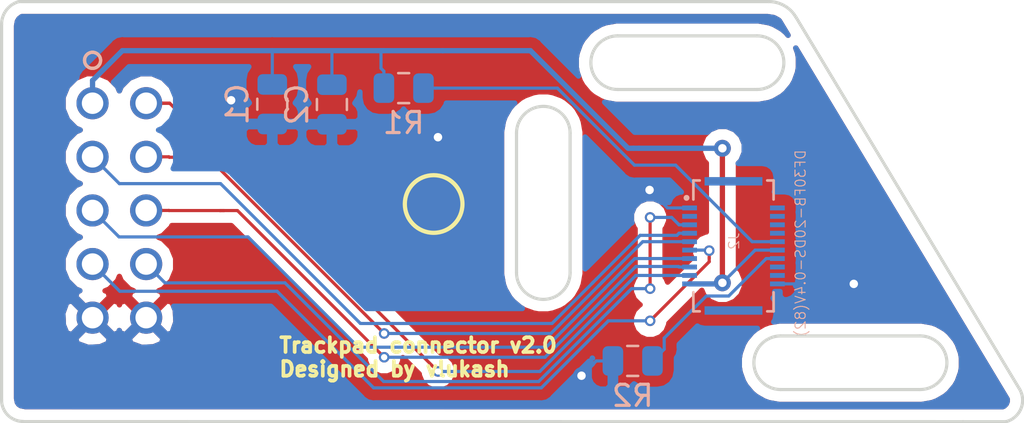
<source format=kicad_pcb>
(kicad_pcb (version 20171130) (host pcbnew 5.0.2-bee76a0~70~ubuntu18.04.1)

  (general
    (thickness 1.6)
    (drawings 23)
    (tracks 143)
    (zones 0)
    (modules 6)
    (nets 21)
  )

  (page A4)
  (title_block
    (title "Trackpad connector")
    (date 2019-03-24)
    (rev 2.0)
    (company vlukash)
  )

  (layers
    (0 F.Cu signal)
    (31 B.Cu signal)
    (32 B.Adhes user)
    (33 F.Adhes user)
    (34 B.Paste user)
    (35 F.Paste user)
    (36 B.SilkS user)
    (37 F.SilkS user)
    (38 B.Mask user)
    (39 F.Mask user)
    (40 Dwgs.User user)
    (41 Cmts.User user)
    (42 Eco1.User user)
    (43 Eco2.User user)
    (44 Edge.Cuts user)
    (45 Margin user)
    (46 B.CrtYd user hide)
    (47 F.CrtYd user)
    (48 B.Fab user hide)
    (49 F.Fab user hide)
  )

  (setup
    (last_trace_width 0.25)
    (trace_clearance 0.2)
    (zone_clearance 0.508)
    (zone_45_only no)
    (trace_min 0.15)
    (segment_width 0.2)
    (edge_width 0.15)
    (via_size 0.8)
    (via_drill 0.4)
    (via_min_size 0.3)
    (via_min_drill 0.3)
    (uvia_size 0.3)
    (uvia_drill 0.1)
    (uvias_allowed no)
    (uvia_min_size 0.2)
    (uvia_min_drill 0.1)
    (pcb_text_width 0.3)
    (pcb_text_size 1.5 1.5)
    (mod_edge_width 0.15)
    (mod_text_size 1 1)
    (mod_text_width 0.15)
    (pad_size 1.524 1.524)
    (pad_drill 0.762)
    (pad_to_mask_clearance 0.051)
    (solder_mask_min_width 0.25)
    (aux_axis_origin 0 0)
    (visible_elements FFFFF77F)
    (pcbplotparams
      (layerselection 0x010fc_ffffffff)
      (usegerberextensions true)
      (usegerberattributes false)
      (usegerberadvancedattributes false)
      (creategerberjobfile false)
      (excludeedgelayer true)
      (linewidth 0.100000)
      (plotframeref false)
      (viasonmask false)
      (mode 1)
      (useauxorigin false)
      (hpglpennumber 1)
      (hpglpenspeed 20)
      (hpglpendiameter 15.000000)
      (psnegative false)
      (psa4output false)
      (plotreference true)
      (plotvalue true)
      (plotinvisibletext false)
      (padsonsilk false)
      (subtractmaskfromsilk false)
      (outputformat 1)
      (mirror false)
      (drillshape 0)
      (scaleselection 1)
      (outputdirectory "../plot/"))
  )

  (net 0 "")
  (net 1 +2V8)
  (net 2 GND)
  (net 3 TP_SHUTDOWN_2V85)
  (net 4 MOSI_2V85)
  (net 5 SCK_2V85)
  (net 6 TP_MOTION_2V85)
  (net 7 TP_CS_2V85)
  (net 8 MISO_2V85)
  (net 9 TP_RESET_2v85)
  (net 10 "Net-(J2-Pad2)")
  (net 11 "Net-(J2-Pad4)")
  (net 12 "Net-(J2-Pad3)")
  (net 13 "Net-(J2-Pad6)")
  (net 14 "Net-(J2-Pad8)")
  (net 15 "Net-(J2-Pad10)")
  (net 16 "Net-(J2-Pad14)")
  (net 17 "Net-(J2-Pad16)")
  (net 18 "Net-(J2-Pad18)")
  (net 19 "Net-(J2-PadS1)")
  (net 20 "Net-(J2-PadS2)")

  (net_class Default "This is the default net class."
    (clearance 0.2)
    (trace_width 0.25)
    (via_dia 0.8)
    (via_drill 0.4)
    (uvia_dia 0.3)
    (uvia_drill 0.1)
  )

  (net_class sm ""
    (clearance 0.15)
    (trace_width 0.15)
    (via_dia 0.5)
    (via_drill 0.3)
    (uvia_dia 0.3)
    (uvia_drill 0.1)
    (diff_pair_gap 0.15)
    (diff_pair_width 0.2)
    (add_net +2V8)
    (add_net GND)
    (add_net MISO_2V85)
    (add_net MOSI_2V85)
    (add_net "Net-(J2-Pad10)")
    (add_net "Net-(J2-Pad14)")
    (add_net "Net-(J2-Pad16)")
    (add_net "Net-(J2-Pad18)")
    (add_net "Net-(J2-Pad2)")
    (add_net "Net-(J2-Pad3)")
    (add_net "Net-(J2-Pad4)")
    (add_net "Net-(J2-Pad6)")
    (add_net "Net-(J2-Pad8)")
    (add_net "Net-(J2-PadS1)")
    (add_net "Net-(J2-PadS2)")
    (add_net SCK_2V85)
    (add_net TP_CS_2V85)
    (add_net TP_MOTION_2V85)
    (add_net TP_RESET_2v85)
    (add_net TP_SHUTDOWN_2V85)
  )

  (module trackpad:67997-410HLF (layer F.Cu) (tedit 5C906E4D) (tstamp 5C90653C)
    (at 116.85 93.125 270)
    (path /5BFBC49D)
    (fp_text reference J1 (at -5.08 1.27 270) (layer Dwgs.User)
      (effects (font (size 1 1) (thickness 0.15)))
    )
    (fp_text value 67997-410HLF (at -4.92 1.4 270) (layer Dwgs.User)
      (effects (font (size 1 1) (thickness 0.15)))
    )
    (fp_circle (center -10.16 4.445) (end -9.779 4.445) (layer F.Fab) (width 0.1524))
    (fp_circle (center -12.192 2.54) (end -11.811 2.54) (layer B.SilkS) (width 0.1524))
    (fp_circle (center -12.192 2.54) (end -11.811 2.54) (layer F.SilkS) (width 0.1524))
    (fp_line (start 1.27 -1.143) (end -11.43 -1.143) (layer F.CrtYd) (width 0.1524))
    (fp_line (start 1.27 3.683) (end 1.27 -1.143) (layer F.CrtYd) (width 0.1524))
    (fp_line (start -11.43 3.683) (end 1.27 3.683) (layer F.CrtYd) (width 0.1524))
    (fp_line (start -11.43 -1.143) (end -11.43 3.683) (layer F.CrtYd) (width 0.1524))
    (fp_line (start 1.524 -1.397) (end -11.684 -1.397) (layer F.CrtYd) (width 0.1524))
    (fp_line (start 1.524 3.937) (end 1.524 -1.397) (layer F.CrtYd) (width 0.1524))
    (fp_line (start -11.684 3.937) (end 1.524 3.937) (layer F.CrtYd) (width 0.1524))
    (fp_line (start -11.684 -1.397) (end -11.684 3.937) (layer F.CrtYd) (width 0.1524))
    (fp_line (start -11.43 -1.143) (end -11.43 3.683) (layer F.Fab) (width 0.1524))
    (fp_line (start 1.27 -1.143) (end -11.43 -1.143) (layer F.Fab) (width 0.1524))
    (fp_line (start 1.27 3.683) (end 1.27 -1.143) (layer F.Fab) (width 0.1524))
    (fp_line (start -11.43 3.683) (end 1.27 3.683) (layer F.Fab) (width 0.1524))
    (fp_line (start -11.557 -1.27) (end -11.557 3.81) (layer Dwgs.User) (width 0.1524))
    (fp_line (start 1.397 -1.27) (end -11.557 -1.27) (layer Dwgs.User) (width 0.1524))
    (fp_line (start 1.397 3.81) (end 1.397 -1.27) (layer Dwgs.User) (width 0.1524))
    (fp_line (start -11.557 3.81) (end 1.397 3.81) (layer Dwgs.User) (width 0.1524))
    (fp_text user * (at 0 0 270) (layer F.Fab)
      (effects (font (size 1 1) (thickness 0.15)))
    )
    (fp_text user * (at 0 0 270) (layer Dwgs.User)
      (effects (font (size 1 1) (thickness 0.15)))
    )
    (fp_text user "Copyright 2016 Accelerated Designs. All rights reserved." (at 0 0 270) (layer Cmts.User)
      (effects (font (size 0.127 0.127) (thickness 0.002)))
    )
    (pad 10 thru_hole circle (at 0 0 270) (size 1.524 1.524) (drill 1.016) (layers *.Cu *.Mask)
      (net 2 GND))
    (pad 9 thru_hole circle (at -2.54 0 270) (size 1.524 1.524) (drill 1.016) (layers *.Cu *.Mask)
      (net 9 TP_RESET_2v85))
    (pad 8 thru_hole circle (at -5.08 0 270) (size 1.524 1.524) (drill 1.016) (layers *.Cu *.Mask)
      (net 8 MISO_2V85))
    (pad 7 thru_hole circle (at -7.62 0 270) (size 1.524 1.524) (drill 1.016) (layers *.Cu *.Mask)
      (net 7 TP_CS_2V85))
    (pad 6 thru_hole circle (at -10.16 0 270) (size 1.524 1.524) (drill 1.016) (layers *.Cu *.Mask)
      (net 6 TP_MOTION_2V85))
    (pad 5 thru_hole circle (at 0 2.54 270) (size 1.524 1.524) (drill 1.016) (layers *.Cu *.Mask)
      (net 2 GND))
    (pad 4 thru_hole circle (at -2.54 2.54 270) (size 1.524 1.524) (drill 1.016) (layers *.Cu *.Mask)
      (net 5 SCK_2V85))
    (pad 3 thru_hole circle (at -5.08 2.54 270) (size 1.524 1.524) (drill 1.016) (layers *.Cu *.Mask)
      (net 4 MOSI_2V85))
    (pad 2 thru_hole circle (at -7.62 2.54 270) (size 1.524 1.524) (drill 1.016) (layers *.Cu *.Mask)
      (net 3 TP_SHUTDOWN_2V85))
    (pad 1 thru_hole circle (at -10.16 2.54 270) (size 1.524 1.524) (drill 1.016) (layers *.Cu *.Mask)
      (net 1 +2V8))
  )

  (module Capacitor_SMD:C_0805_2012Metric (layer B.Cu) (tedit 5B36C52B) (tstamp 5C907969)
    (at 125.65 83.025 270)
    (descr "Capacitor SMD 0805 (2012 Metric), square (rectangular) end terminal, IPC_7351 nominal, (Body size source: https://docs.google.com/spreadsheets/d/1BsfQQcO9C6DZCsRaXUlFlo91Tg2WpOkGARC1WS5S8t0/edit?usp=sharing), generated with kicad-footprint-generator")
    (tags capacitor)
    (path /5BFBE5A7)
    (attr smd)
    (fp_text reference C2 (at 0 1.65 270) (layer B.SilkS)
      (effects (font (size 1 1) (thickness 0.15)) (justify mirror))
    )
    (fp_text value 100nF (at 0 -1.65 270) (layer B.Fab)
      (effects (font (size 1 1) (thickness 0.15)) (justify mirror))
    )
    (fp_text user %R (at 0 0 270) (layer B.Fab)
      (effects (font (size 0.5 0.5) (thickness 0.08)) (justify mirror))
    )
    (fp_line (start 1.68 -0.95) (end -1.68 -0.95) (layer B.CrtYd) (width 0.05))
    (fp_line (start 1.68 0.95) (end 1.68 -0.95) (layer B.CrtYd) (width 0.05))
    (fp_line (start -1.68 0.95) (end 1.68 0.95) (layer B.CrtYd) (width 0.05))
    (fp_line (start -1.68 -0.95) (end -1.68 0.95) (layer B.CrtYd) (width 0.05))
    (fp_line (start -0.258578 -0.71) (end 0.258578 -0.71) (layer B.SilkS) (width 0.12))
    (fp_line (start -0.258578 0.71) (end 0.258578 0.71) (layer B.SilkS) (width 0.12))
    (fp_line (start 1 -0.6) (end -1 -0.6) (layer B.Fab) (width 0.1))
    (fp_line (start 1 0.6) (end 1 -0.6) (layer B.Fab) (width 0.1))
    (fp_line (start -1 0.6) (end 1 0.6) (layer B.Fab) (width 0.1))
    (fp_line (start -1 -0.6) (end -1 0.6) (layer B.Fab) (width 0.1))
    (pad 2 smd roundrect (at 0.9375 0 270) (size 0.975 1.4) (layers B.Cu B.Paste B.Mask) (roundrect_rratio 0.25)
      (net 2 GND))
    (pad 1 smd roundrect (at -0.9375 0 270) (size 0.975 1.4) (layers B.Cu B.Paste B.Mask) (roundrect_rratio 0.25)
      (net 1 +2V8))
    (model ${KISYS3DMOD}/Capacitor_SMD.3dshapes/C_0805_2012Metric.wrl
      (at (xyz 0 0 0))
      (scale (xyz 1 1 1))
      (rotate (xyz 0 0 0))
    )
  )

  (module Capacitor_SMD:C_0805_2012Metric (layer B.Cu) (tedit 5B36C52B) (tstamp 5C9078F3)
    (at 122.825 83.0125 270)
    (descr "Capacitor SMD 0805 (2012 Metric), square (rectangular) end terminal, IPC_7351 nominal, (Body size source: https://docs.google.com/spreadsheets/d/1BsfQQcO9C6DZCsRaXUlFlo91Tg2WpOkGARC1WS5S8t0/edit?usp=sharing), generated with kicad-footprint-generator")
    (tags capacitor)
    (path /5BFBE5A0)
    (attr smd)
    (fp_text reference C1 (at 0 1.65 270) (layer B.SilkS)
      (effects (font (size 1 1) (thickness 0.15)) (justify mirror))
    )
    (fp_text value 100pF (at 0 -1.65 270) (layer B.Fab)
      (effects (font (size 1 1) (thickness 0.15)) (justify mirror))
    )
    (fp_line (start -1 -0.6) (end -1 0.6) (layer B.Fab) (width 0.1))
    (fp_line (start -1 0.6) (end 1 0.6) (layer B.Fab) (width 0.1))
    (fp_line (start 1 0.6) (end 1 -0.6) (layer B.Fab) (width 0.1))
    (fp_line (start 1 -0.6) (end -1 -0.6) (layer B.Fab) (width 0.1))
    (fp_line (start -0.258578 0.71) (end 0.258578 0.71) (layer B.SilkS) (width 0.12))
    (fp_line (start -0.258578 -0.71) (end 0.258578 -0.71) (layer B.SilkS) (width 0.12))
    (fp_line (start -1.68 -0.95) (end -1.68 0.95) (layer B.CrtYd) (width 0.05))
    (fp_line (start -1.68 0.95) (end 1.68 0.95) (layer B.CrtYd) (width 0.05))
    (fp_line (start 1.68 0.95) (end 1.68 -0.95) (layer B.CrtYd) (width 0.05))
    (fp_line (start 1.68 -0.95) (end -1.68 -0.95) (layer B.CrtYd) (width 0.05))
    (fp_text user %R (at 0 0 270) (layer B.Fab)
      (effects (font (size 0.5 0.5) (thickness 0.08)) (justify mirror))
    )
    (pad 1 smd roundrect (at -0.9375 0 270) (size 0.975 1.4) (layers B.Cu B.Paste B.Mask) (roundrect_rratio 0.25)
      (net 1 +2V8))
    (pad 2 smd roundrect (at 0.9375 0 270) (size 0.975 1.4) (layers B.Cu B.Paste B.Mask) (roundrect_rratio 0.25)
      (net 2 GND))
    (model ${KISYS3DMOD}/Capacitor_SMD.3dshapes/C_0805_2012Metric.wrl
      (at (xyz 0 0 0))
      (scale (xyz 1 1 1))
      (rotate (xyz 0 0 0))
    )
  )

  (module "trackpad:HIROSE_DF30FB-20DS-0.4V(82)" (layer B.Cu) (tedit 0) (tstamp 5C906581)
    (at 144.675 89.725 270)
    (path /5BFC2433)
    (attr smd)
    (fp_text reference J2 (at -0.225 -0.025 270) (layer B.SilkS)
      (effects (font (size 0.483319 0.483319) (thickness 0.05)) (justify mirror))
    )
    (fp_text value "DF30FB-20DS-0.4V(82)" (at -0.125 -3.175 270) (layer B.SilkS)
      (effects (font (size 0.481269 0.481269) (thickness 0.05)) (justify mirror))
    )
    (fp_line (start 3.5 2.7) (end -3.5 2.7) (layer Eco1.User) (width 0.05))
    (fp_line (start 3.5 -2.7) (end 3.5 2.7) (layer Eco1.User) (width 0.05))
    (fp_line (start -3.5 -2.7) (end 3.5 -2.7) (layer Eco1.User) (width 0.05))
    (fp_line (start -3.5 2.7) (end -3.5 -2.7) (layer Eco1.User) (width 0.05))
    (fp_line (start 3.1 1.9) (end -3.1 1.9) (layer Dwgs.User) (width 0.127))
    (fp_line (start 3.1 -1.9) (end 3.1 1.9) (layer Dwgs.User) (width 0.127))
    (fp_line (start -3.1 -1.9) (end 3.1 -1.9) (layer Dwgs.User) (width 0.127))
    (fp_line (start -3.1 1.9) (end -3.1 -1.9) (layer Dwgs.User) (width 0.127))
    (fp_circle (center -2.2762 2.2244) (end -2.2062 2.2244) (layer B.SilkS) (width 0.14))
    (fp_line (start 3.1 1.9) (end 2.2 1.9) (layer B.SilkS) (width 0.127))
    (fp_line (start 3.1 1.6) (end 3.1 1.9) (layer B.SilkS) (width 0.127))
    (fp_line (start -3.1 -1.9) (end -2.2 -1.9) (layer B.SilkS) (width 0.127))
    (fp_line (start -3.1 -1.6) (end -3.1 -1.9) (layer B.SilkS) (width 0.127))
    (fp_line (start 3.1 -1.9) (end 2.2 -1.9) (layer B.SilkS) (width 0.127))
    (fp_line (start 3.1 -1.6) (end 3.1 -1.9) (layer B.SilkS) (width 0.127))
    (fp_line (start -3.1 1.9) (end -2.2 1.9) (layer B.SilkS) (width 0.127))
    (fp_line (start -3.1 1.6) (end -3.1 1.9) (layer B.SilkS) (width 0.127))
    (pad S2 smd rect (at 3.06 0 90) (size 0.4 2.74) (layers B.Cu B.Paste B.Mask)
      (net 20 "Net-(J2-PadS2)"))
    (pad S1 smd rect (at -3.06 0 270) (size 0.4 2.74) (layers B.Cu B.Paste B.Mask)
      (net 19 "Net-(J2-PadS1)"))
    (pad 19 smd rect (at 1.8 2.08 90) (size 0.23 0.7) (layers B.Cu B.Paste B.Mask)
      (net 1 +2V8))
    (pad 20 smd rect (at 1.8 -2.08 270) (size 0.23 0.7) (layers B.Cu B.Paste B.Mask)
      (net 2 GND))
    (pad 17 smd rect (at 1.4 2.08 90) (size 0.23 0.7) (layers B.Cu B.Paste B.Mask)
      (net 6 TP_MOTION_2V85))
    (pad 18 smd rect (at 1.4 -2.08 270) (size 0.23 0.7) (layers B.Cu B.Paste B.Mask)
      (net 18 "Net-(J2-Pad18)"))
    (pad 15 smd rect (at 1 2.08 90) (size 0.23 0.7) (layers B.Cu B.Paste B.Mask)
      (net 8 MISO_2V85))
    (pad 16 smd rect (at 1 -2.08 270) (size 0.23 0.7) (layers B.Cu B.Paste B.Mask)
      (net 17 "Net-(J2-Pad16)"))
    (pad 13 smd rect (at 0.6 2.08 90) (size 0.23 0.7) (layers B.Cu B.Paste B.Mask)
      (net 4 MOSI_2V85))
    (pad 14 smd rect (at 0.6 -2.08 270) (size 0.23 0.7) (layers B.Cu B.Paste B.Mask)
      (net 16 "Net-(J2-Pad14)"))
    (pad 11 smd rect (at 0.2 2.08 90) (size 0.23 0.7) (layers B.Cu B.Paste B.Mask)
      (net 5 SCK_2V85))
    (pad 12 smd rect (at 0.2 -2.08 270) (size 0.23 0.7) (layers B.Cu B.Paste B.Mask)
      (net 1 +2V8))
    (pad 9 smd rect (at -0.2 2.08 90) (size 0.23 0.7) (layers B.Cu B.Paste B.Mask)
      (net 7 TP_CS_2V85))
    (pad 10 smd rect (at -0.2 -2.08 270) (size 0.23 0.7) (layers B.Cu B.Paste B.Mask)
      (net 15 "Net-(J2-Pad10)"))
    (pad 7 smd rect (at -0.6 2.08 90) (size 0.23 0.7) (layers B.Cu B.Paste B.Mask)
      (net 3 TP_SHUTDOWN_2V85))
    (pad 8 smd rect (at -0.6 -2.08 270) (size 0.23 0.7) (layers B.Cu B.Paste B.Mask)
      (net 14 "Net-(J2-Pad8)"))
    (pad 5 smd rect (at -1 2.08 90) (size 0.23 0.7) (layers B.Cu B.Paste B.Mask)
      (net 9 TP_RESET_2v85))
    (pad 6 smd rect (at -1 -2.08 270) (size 0.23 0.7) (layers B.Cu B.Paste B.Mask)
      (net 13 "Net-(J2-Pad6)"))
    (pad 3 smd rect (at -1.4 2.08 90) (size 0.23 0.7) (layers B.Cu B.Paste B.Mask)
      (net 12 "Net-(J2-Pad3)"))
    (pad 4 smd rect (at -1.4 -2.08 270) (size 0.23 0.7) (layers B.Cu B.Paste B.Mask)
      (net 11 "Net-(J2-Pad4)"))
    (pad 1 smd rect (at -1.8 2.08 90) (size 0.23 0.7) (layers B.Cu B.Paste B.Mask)
      (net 2 GND))
    (pad 2 smd rect (at -1.8 -2.08 270) (size 0.23 0.7) (layers B.Cu B.Paste B.Mask)
      (net 10 "Net-(J2-Pad2)"))
  )

  (module Resistor_SMD:R_0805_2012Metric (layer B.Cu) (tedit 5B36C52B) (tstamp 5C907BD1)
    (at 129.05 82.25)
    (descr "Resistor SMD 0805 (2012 Metric), square (rectangular) end terminal, IPC_7351 nominal, (Body size source: https://docs.google.com/spreadsheets/d/1BsfQQcO9C6DZCsRaXUlFlo91Tg2WpOkGARC1WS5S8t0/edit?usp=sharing), generated with kicad-footprint-generator")
    (tags resistor)
    (path /5BFC6507)
    (attr smd)
    (fp_text reference R1 (at 0 1.65) (layer B.SilkS)
      (effects (font (size 1 1) (thickness 0.15)) (justify mirror))
    )
    (fp_text value 220k (at 0 -1.65) (layer B.Fab)
      (effects (font (size 1 1) (thickness 0.15)) (justify mirror))
    )
    (fp_line (start -1 -0.6) (end -1 0.6) (layer B.Fab) (width 0.1))
    (fp_line (start -1 0.6) (end 1 0.6) (layer B.Fab) (width 0.1))
    (fp_line (start 1 0.6) (end 1 -0.6) (layer B.Fab) (width 0.1))
    (fp_line (start 1 -0.6) (end -1 -0.6) (layer B.Fab) (width 0.1))
    (fp_line (start -0.258578 0.71) (end 0.258578 0.71) (layer B.SilkS) (width 0.12))
    (fp_line (start -0.258578 -0.71) (end 0.258578 -0.71) (layer B.SilkS) (width 0.12))
    (fp_line (start -1.68 -0.95) (end -1.68 0.95) (layer B.CrtYd) (width 0.05))
    (fp_line (start -1.68 0.95) (end 1.68 0.95) (layer B.CrtYd) (width 0.05))
    (fp_line (start 1.68 0.95) (end 1.68 -0.95) (layer B.CrtYd) (width 0.05))
    (fp_line (start 1.68 -0.95) (end -1.68 -0.95) (layer B.CrtYd) (width 0.05))
    (fp_text user %R (at 0 0) (layer B.Fab)
      (effects (font (size 0.5 0.5) (thickness 0.08)) (justify mirror))
    )
    (pad 1 smd roundrect (at -0.9375 0) (size 0.975 1.4) (layers B.Cu B.Paste B.Mask) (roundrect_rratio 0.25)
      (net 1 +2V8))
    (pad 2 smd roundrect (at 0.9375 0) (size 0.975 1.4) (layers B.Cu B.Paste B.Mask) (roundrect_rratio 0.25)
      (net 15 "Net-(J2-Pad10)"))
    (model ${KISYS3DMOD}/Resistor_SMD.3dshapes/R_0805_2012Metric.wrl
      (at (xyz 0 0 0))
      (scale (xyz 1 1 1))
      (rotate (xyz 0 0 0))
    )
  )

  (module Resistor_SMD:R_0805_2012Metric (layer B.Cu) (tedit 5B36C52B) (tstamp 5C907BE2)
    (at 139.9 95.175)
    (descr "Resistor SMD 0805 (2012 Metric), square (rectangular) end terminal, IPC_7351 nominal, (Body size source: https://docs.google.com/spreadsheets/d/1BsfQQcO9C6DZCsRaXUlFlo91Tg2WpOkGARC1WS5S8t0/edit?usp=sharing), generated with kicad-footprint-generator")
    (tags resistor)
    (path /5BFC98B0)
    (attr smd)
    (fp_text reference R2 (at 0 1.65) (layer B.SilkS)
      (effects (font (size 1 1) (thickness 0.15)) (justify mirror))
    )
    (fp_text value 220k (at 0 -1.65) (layer B.Fab)
      (effects (font (size 1 1) (thickness 0.15)) (justify mirror))
    )
    (fp_line (start -1 -0.6) (end -1 0.6) (layer B.Fab) (width 0.1))
    (fp_line (start -1 0.6) (end 1 0.6) (layer B.Fab) (width 0.1))
    (fp_line (start 1 0.6) (end 1 -0.6) (layer B.Fab) (width 0.1))
    (fp_line (start 1 -0.6) (end -1 -0.6) (layer B.Fab) (width 0.1))
    (fp_line (start -0.258578 0.71) (end 0.258578 0.71) (layer B.SilkS) (width 0.12))
    (fp_line (start -0.258578 -0.71) (end 0.258578 -0.71) (layer B.SilkS) (width 0.12))
    (fp_line (start -1.68 -0.95) (end -1.68 0.95) (layer B.CrtYd) (width 0.05))
    (fp_line (start -1.68 0.95) (end 1.68 0.95) (layer B.CrtYd) (width 0.05))
    (fp_line (start 1.68 0.95) (end 1.68 -0.95) (layer B.CrtYd) (width 0.05))
    (fp_line (start 1.68 -0.95) (end -1.68 -0.95) (layer B.CrtYd) (width 0.05))
    (fp_text user %R (at 0 0) (layer B.Fab)
      (effects (font (size 0.5 0.5) (thickness 0.08)) (justify mirror))
    )
    (pad 1 smd roundrect (at -0.9375 0) (size 0.975 1.4) (layers B.Cu B.Paste B.Mask) (roundrect_rratio 0.25)
      (net 2 GND))
    (pad 2 smd roundrect (at 0.9375 0) (size 0.975 1.4) (layers B.Cu B.Paste B.Mask) (roundrect_rratio 0.25)
      (net 16 "Net-(J2-Pad14)"))
    (model ${KISYS3DMOD}/Resistor_SMD.3dshapes/R_0805_2012Metric.wrl
      (at (xyz 0 0 0))
      (scale (xyz 1 1 1))
      (rotate (xyz 0 0 0))
    )
  )

  (gr_text "Trackpad connector v2.0\nDesigned by vlukash" (at 123.07 95) (layer F.SilkS)
    (effects (font (size 0.7 0.7) (thickness 0.175)) (justify left))
  )
  (gr_circle (center 130.47 87.74) (end 129.11 87.62) (layer F.SilkS) (width 0.2))
  (gr_arc (start 135.665768 90.98891) (end 134.395768 90.98891) (angle -180) (layer Edge.Cuts) (width 0.15) (tstamp 5C907E2C))
  (gr_line (start 136.935768 84.38491) (end 136.935768 90.98891) (layer Edge.Cuts) (width 0.15) (tstamp 5C907E2F))
  (gr_line (start 134.395768 84.38491) (end 134.395768 90.98891) (layer Edge.Cuts) (width 0.15) (tstamp 5C907E2E))
  (gr_arc (start 135.665768 84.38491) (end 136.935768 84.38491) (angle -180) (layer Edge.Cuts) (width 0.15) (tstamp 5C907E2D))
  (gr_arc (start 111.116076 79.225) (end 110.82 78.15) (angle -74.6014036) (layer Edge.Cuts) (width 0.15) (tstamp 5C906DA9))
  (gr_arc (start 153.516 95.26) (end 153.516 96.53) (angle -180) (layer Edge.Cuts) (width 0.15) (tstamp 5C9065BC))
  (gr_line (start 110.975 98.05) (end 155.548 98.054) (layer Edge.Cuts) (width 0.15) (tstamp 5C9065BB))
  (gr_line (start 147.63 78.88) (end 158.18 96.43) (layer Edge.Cuts) (width 0.15) (tstamp 5C9065BA))
  (gr_line (start 155.548 98.054) (end 157.58 98.054) (layer Edge.Cuts) (width 0.15) (tstamp 5C9065B7))
  (gr_arc (start 157.326 97.038) (end 157.579999 98.053999) (angle -109.6538639) (layer Edge.Cuts) (width 0.15) (tstamp 5C9065B6))
  (gr_arc (start 146.35 79.63106) (end 147.619999 78.869061) (angle -59.03624347) (layer Edge.Cuts) (width 0.15) (tstamp 5C9065B5))
  (gr_line (start 146.34 78.15) (end 110.8 78.15) (layer Edge.Cuts) (width 0.15) (tstamp 5C90653B))
  (gr_line (start 110 79.22) (end 110 97.01) (layer Edge.Cuts) (width 0.15) (tstamp 5C90653A))
  (gr_arc (start 111.016 97.025) (end 110 97.025) (angle -90) (layer Edge.Cuts) (width 0.15) (tstamp 5C906539))
  (gr_line (start 145.792 82.314) (end 139.188 82.314) (layer Edge.Cuts) (width 0.15) (tstamp 5C9064EB))
  (gr_line (start 145.792 79.774) (end 139.188 79.774) (layer Edge.Cuts) (width 0.15) (tstamp 5C9064EA))
  (gr_arc (start 145.792 81.044) (end 145.792 82.314) (angle -180) (layer Edge.Cuts) (width 0.15) (tstamp 5C9064E9))
  (gr_line (start 153.516 93.99) (end 146.912 93.99) (layer Edge.Cuts) (width 0.15) (tstamp 5C9064E8))
  (gr_line (start 153.516 96.53) (end 146.912 96.53) (layer Edge.Cuts) (width 0.15) (tstamp 5C9064E7))
  (gr_arc (start 146.912 95.26) (end 146.912 93.99) (angle -180) (layer Edge.Cuts) (width 0.15) (tstamp 5C9064CE))
  (gr_arc (start 139.188 81.044) (end 139.188 79.774) (angle -180) (layer Edge.Cuts) (width 0.15) (tstamp 5C9064BD))

  (segment (start 114.31 81.88737) (end 115.72237 80.475) (width 0.25) (layer B.Cu) (net 1))
  (segment (start 114.31 82.965) (end 114.31 81.88737) (width 0.25) (layer B.Cu) (net 1))
  (segment (start 144.15 91.475) (end 144.15 91.475) (width 0.25) (layer F.Cu) (net 1) (tstamp 5C907718))
  (via (at 144.15 91.475) (size 0.8) (drill 0.4) (layers F.Cu B.Cu) (net 1))
  (segment (start 144.1 91.525) (end 144.15 91.475) (width 0.25) (layer B.Cu) (net 1))
  (segment (start 142.595 91.525) (end 144.1 91.525) (width 0.25) (layer B.Cu) (net 1))
  (segment (start 125.65 80.45) (end 125.65 82.0875) (width 0.15) (layer B.Cu) (net 1))
  (segment (start 122.825 80.425) (end 122.825 82.075) (width 0.15) (layer B.Cu) (net 1))
  (segment (start 145.7 89.925) (end 146.755 89.925) (width 0.15) (layer B.Cu) (net 1))
  (segment (start 144.15 91.475) (end 145.7 89.925) (width 0.15) (layer B.Cu) (net 1))
  (segment (start 130.9 80.475) (end 130.925 80.5) (width 0.15) (layer B.Cu) (net 1))
  (segment (start 128.1 80.475) (end 130.9 80.475) (width 0.25) (layer B.Cu) (net 1))
  (segment (start 127.975 81.3125) (end 127.975 80.475) (width 0.15) (layer B.Cu) (net 1))
  (segment (start 128.1125 82.25) (end 128.1125 81.45) (width 0.15) (layer B.Cu) (net 1))
  (segment (start 128.1125 81.45) (end 127.975 81.3125) (width 0.15) (layer B.Cu) (net 1))
  (segment (start 115.72237 80.475) (end 127.975 80.475) (width 0.25) (layer B.Cu) (net 1))
  (segment (start 127.975 80.475) (end 128.1 80.475) (width 0.25) (layer B.Cu) (net 1))
  (segment (start 144.125 91.45) (end 144.15 91.475) (width 0.15) (layer F.Cu) (net 1))
  (segment (start 144.15 91.475) (end 144.15 85.1) (width 0.25) (layer F.Cu) (net 1))
  (segment (start 144.15 85.1) (end 144.15 85.1) (width 0.25) (layer F.Cu) (net 1) (tstamp 5C91A162))
  (segment (start 144.15 85.1) (end 144.15 85.1) (width 0.25) (layer F.Cu) (net 1) (tstamp 5C91A172))
  (segment (start 144.15 85.1) (end 144.15 85.1) (width 0.25) (layer F.Cu) (net 1) (tstamp 5C91A1AE))
  (via (at 144.15 85.1) (size 0.8) (drill 0.4) (layers F.Cu B.Cu) (net 1))
  (segment (start 139.67929 85.1) (end 139.94 85.1) (width 0.15) (layer B.Cu) (net 1))
  (segment (start 139.94 85.1) (end 139.73 85.1) (width 0.25) (layer B.Cu) (net 1))
  (segment (start 135.05429 80.475) (end 139.67929 85.1) (width 0.25) (layer B.Cu) (net 1))
  (segment (start 139.67929 85.1) (end 140.19 85.1) (width 0.15) (layer B.Cu) (net 1))
  (segment (start 130.9 80.475) (end 135.05429 80.475) (width 0.25) (layer B.Cu) (net 1))
  (segment (start 144.15 85.1) (end 140.19 85.1) (width 0.25) (layer B.Cu) (net 1))
  (segment (start 140.19 85.1) (end 139.94 85.1) (width 0.25) (layer B.Cu) (net 1))
  (segment (start 138.9625 95.175) (end 138.175 95.175) (width 0.15) (layer B.Cu) (net 2))
  (via (at 130.675 84.575) (size 0.8) (drill 0.4) (layers F.Cu B.Cu) (net 2))
  (via (at 120.875 82.825) (size 0.8) (drill 0.4) (layers F.Cu B.Cu) (net 2))
  (via (at 150.375 91.525) (size 0.8) (drill 0.4) (layers F.Cu B.Cu) (net 2))
  (via (at 140.7 87.075) (size 0.8) (drill 0.4) (layers F.Cu B.Cu) (net 2))
  (segment (start 141.55 87.925) (end 142.595 87.925) (width 0.15) (layer B.Cu) (net 2))
  (segment (start 140.7 87.075) (end 141.55 87.925) (width 0.15) (layer B.Cu) (net 2))
  (segment (start 150.375 91.525) (end 146.855 91.525) (width 0.15) (layer B.Cu) (net 2))
  (segment (start 138.175 95.175) (end 137.475 95.875) (width 0.15) (layer B.Cu) (net 2))
  (via (at 137.475 95.875) (size 0.8) (drill 0.4) (layers F.Cu B.Cu) (net 2))
  (segment (start 141.99501 89.22499) (end 140.25001 89.22499) (width 0.15) (layer B.Cu) (net 3))
  (segment (start 142.595 89.125) (end 142.095 89.125) (width 0.15) (layer B.Cu) (net 3))
  (segment (start 142.095 89.125) (end 141.99501 89.22499) (width 0.15) (layer B.Cu) (net 3))
  (segment (start 140.25001 89.22499) (end 138.175 91.3) (width 0.15) (layer B.Cu) (net 3))
  (segment (start 127 93.4) (end 120.375 86.775) (width 0.15) (layer B.Cu) (net 3))
  (segment (start 115.58 86.775) (end 114.31 85.505) (width 0.15) (layer B.Cu) (net 3))
  (segment (start 120.375 86.775) (end 115.58 86.775) (width 0.15) (layer B.Cu) (net 3))
  (segment (start 138.175 91.3) (end 138.175 91.301444) (width 0.15) (layer B.Cu) (net 3))
  (segment (start 136.076444 93.4) (end 138.025 91.451444) (width 0.15) (layer B.Cu) (net 3))
  (segment (start 127 93.4) (end 136.076444 93.4) (width 0.15) (layer B.Cu) (net 3))
  (segment (start 138.175 91.301444) (end 138.025 91.451444) (width 0.15) (layer B.Cu) (net 3))
  (segment (start 138.025 91.451444) (end 137.975 91.501444) (width 0.15) (layer B.Cu) (net 3))
  (segment (start 142.595 90.325) (end 140 90.325) (width 0.15) (layer B.Cu) (net 4))
  (segment (start 140 90.325) (end 138.6 91.725) (width 0.15) (layer B.Cu) (net 4))
  (segment (start 138.6 91.725) (end 138.57501 91.74999) (width 0.15) (layer B.Cu) (net 4))
  (segment (start 135.800001 94.524999) (end 136 94.325) (width 0.15) (layer B.Cu) (net 4))
  (segment (start 136 94.325) (end 138.6 91.725) (width 0.15) (layer B.Cu) (net 4))
  (segment (start 135.974999 94.350001) (end 136 94.325) (width 0.15) (layer B.Cu) (net 4))
  (segment (start 114.31 88.045) (end 115.565 89.3) (width 0.15) (layer B.Cu) (net 4))
  (segment (start 121.675 89.3) (end 126.899999 94.524999) (width 0.15) (layer B.Cu) (net 4))
  (segment (start 115.565 89.3) (end 121.675 89.3) (width 0.15) (layer B.Cu) (net 4))
  (segment (start 126.899999 94.524999) (end 135.800001 94.524999) (width 0.15) (layer B.Cu) (net 4))
  (via (at 143.525 89.95) (size 0.5) (drill 0.3) (layers F.Cu B.Cu) (net 5))
  (segment (start 143.5 89.925) (end 143.525 89.95) (width 0.15) (layer B.Cu) (net 5))
  (segment (start 142.595 89.925) (end 143.5 89.925) (width 0.15) (layer B.Cu) (net 5))
  (segment (start 143.525 89.95) (end 143.525 90.303553) (width 0.15) (layer F.Cu) (net 5))
  (segment (start 143.525 90.303553) (end 143.525 90.475) (width 0.15) (layer F.Cu) (net 5))
  (segment (start 143.525 90.475) (end 140.725 93.275) (width 0.15) (layer F.Cu) (net 5))
  (segment (start 140.725 93.275) (end 140.725 93.275) (width 0.15) (layer F.Cu) (net 5) (tstamp 5C90AB5E))
  (via (at 140.725 93.275) (size 0.5) (drill 0.3) (layers F.Cu B.Cu) (net 5))
  (segment (start 114.31 90.585) (end 115.6 91.875) (width 0.15) (layer B.Cu) (net 5))
  (segment (start 117.525 91.875) (end 117.62676 91.875) (width 0.15) (layer B.Cu) (net 5))
  (segment (start 115.6 91.875) (end 117.525 91.875) (width 0.15) (layer B.Cu) (net 5))
  (segment (start 123.05 91.875) (end 117.525 91.875) (width 0.15) (layer B.Cu) (net 5))
  (segment (start 140.725 93.275) (end 138.747112 93.275) (width 0.15) (layer B.Cu) (net 5))
  (segment (start 135.572101 96.450011) (end 127.625011 96.450011) (width 0.15) (layer B.Cu) (net 5))
  (segment (start 138.747112 93.275) (end 135.572101 96.450011) (width 0.15) (layer B.Cu) (net 5))
  (segment (start 127.625011 96.450011) (end 123.05 91.875) (width 0.15) (layer B.Cu) (net 5))
  (segment (start 116.85 82.965) (end 117.92763 82.965) (width 0.15) (layer F.Cu) (net 6))
  (segment (start 142.595 91.125) (end 140.048556 91.125) (width 0.15) (layer B.Cu) (net 6))
  (segment (start 117.965 82.965) (end 116.85 82.965) (width 0.15) (layer F.Cu) (net 6))
  (segment (start 130.675 95.675) (end 117.965 82.965) (width 0.15) (layer F.Cu) (net 6))
  (via (at 130.675 95.675) (size 0.5) (drill 0.3) (layers F.Cu B.Cu) (net 6))
  (segment (start 130.575 95.675) (end 130.575 95.675) (width 0.15) (layer B.Cu) (net 6) (tstamp 5C90A4FB))
  (segment (start 135.498556 95.675) (end 139.4 91.773556) (width 0.15) (layer B.Cu) (net 6))
  (segment (start 130.675 95.675) (end 135.498556 95.675) (width 0.15) (layer B.Cu) (net 6))
  (segment (start 140.048556 91.125) (end 139.4 91.773556) (width 0.15) (layer B.Cu) (net 6))
  (segment (start 139.4 91.773556) (end 139.175028 91.998528) (width 0.15) (layer B.Cu) (net 6))
  (segment (start 117.92763 85.505) (end 117.94763 85.525) (width 0.15) (layer F.Cu) (net 7))
  (segment (start 116.85 85.505) (end 117.92763 85.505) (width 0.15) (layer F.Cu) (net 7))
  (segment (start 117.94763 85.525) (end 119.775 85.525) (width 0.15) (layer F.Cu) (net 7))
  (segment (start 119.775 85.525) (end 128.125 93.875) (width 0.15) (layer F.Cu) (net 7))
  (segment (start 142.595 89.525) (end 140.375722 89.525) (width 0.15) (layer B.Cu) (net 7))
  (via (at 128.125 93.875) (size 0.5) (drill 0.3) (layers F.Cu B.Cu) (net 7))
  (segment (start 128.125 93.875) (end 128.125 93.875) (width 0.15) (layer F.Cu) (net 7) (tstamp 5C909F05))
  (segment (start 136.025722 93.875) (end 138.55 91.350722) (width 0.15) (layer B.Cu) (net 7))
  (segment (start 128.125 93.875) (end 136.025722 93.875) (width 0.15) (layer B.Cu) (net 7))
  (segment (start 140.375722 89.525) (end 138.55 91.350722) (width 0.15) (layer B.Cu) (net 7))
  (segment (start 138.55 91.350722) (end 138.275 91.625722) (width 0.15) (layer B.Cu) (net 7))
  (segment (start 117.92763 88.045) (end 117.93263 88.05) (width 0.15) (layer F.Cu) (net 8))
  (segment (start 116.85 88.045) (end 117.92763 88.045) (width 0.15) (layer F.Cu) (net 8))
  (segment (start 142.07 90.7) (end 140.049278 90.7) (width 0.15) (layer B.Cu) (net 8))
  (segment (start 142.595 90.725) (end 142.095 90.725) (width 0.15) (layer B.Cu) (net 8))
  (segment (start 142.095 90.725) (end 142.07 90.7) (width 0.15) (layer B.Cu) (net 8))
  (segment (start 121.175 88.05) (end 120.35 88.05) (width 0.15) (layer F.Cu) (net 8))
  (segment (start 128.125 95) (end 121.175 88.05) (width 0.15) (layer F.Cu) (net 8))
  (segment (start 117.93263 88.05) (end 120.35 88.05) (width 0.15) (layer F.Cu) (net 8))
  (segment (start 120.35 88.05) (end 120.55 88.05) (width 0.15) (layer F.Cu) (net 8))
  (via (at 128.125 95) (size 0.5) (drill 0.3) (layers F.Cu B.Cu) (net 8))
  (segment (start 128.125 95) (end 128.125 95) (width 0.15) (layer B.Cu) (net 8) (tstamp 5C90A48A))
  (segment (start 135.749278 95) (end 138.899278 91.85) (width 0.15) (layer B.Cu) (net 8))
  (segment (start 128.125 95) (end 135.749278 95) (width 0.15) (layer B.Cu) (net 8))
  (segment (start 140.049278 90.7) (end 138.899278 91.85) (width 0.15) (layer B.Cu) (net 8))
  (segment (start 138.899278 91.85) (end 138.875019 91.874259) (width 0.15) (layer B.Cu) (net 8))
  (segment (start 142.095 88.725) (end 141.745 88.375) (width 0.15) (layer B.Cu) (net 9))
  (segment (start 142.595 88.725) (end 142.095 88.725) (width 0.15) (layer B.Cu) (net 9))
  (segment (start 141.745 88.375) (end 140.725 88.375) (width 0.15) (layer B.Cu) (net 9))
  (segment (start 140.725 88.375) (end 140.725 88.375) (width 0.15) (layer B.Cu) (net 9) (tstamp 5C90A5AE))
  (via (at 140.725 88.375) (size 0.5) (drill 0.3) (layers F.Cu B.Cu) (net 9))
  (segment (start 140.725 88.375) (end 140.725 91.75) (width 0.15) (layer F.Cu) (net 9))
  (segment (start 140.725 91.75) (end 140.725 91.75) (width 0.15) (layer F.Cu) (net 9) (tstamp 5C90A5C1))
  (via (at 140.725 91.75) (size 0.5) (drill 0.3) (layers F.Cu B.Cu) (net 9))
  (segment (start 140.725 91.75) (end 139.847834 91.75) (width 0.15) (layer B.Cu) (net 9))
  (segment (start 139.847834 91.75) (end 139.722834 91.875) (width 0.15) (layer B.Cu) (net 9))
  (segment (start 139.722834 91.875) (end 139.475037 92.122797) (width 0.15) (layer B.Cu) (net 9))
  (segment (start 117.74 91.475) (end 116.85 90.585) (width 0.15) (layer B.Cu) (net 9))
  (segment (start 123.425722 91.475) (end 117.74 91.475) (width 0.15) (layer B.Cu) (net 9))
  (segment (start 128.100723 96.150001) (end 123.425722 91.475) (width 0.15) (layer B.Cu) (net 9))
  (segment (start 139.722834 91.875) (end 135.447833 96.150001) (width 0.15) (layer B.Cu) (net 9))
  (segment (start 135.447833 96.150001) (end 128.100723 96.150001) (width 0.15) (layer B.Cu) (net 9))
  (segment (start 146.78 89.55) (end 146.755 89.525) (width 0.15) (layer B.Cu) (net 15))
  (segment (start 139.984302 85.9) (end 136.334302 82.25) (width 0.15) (layer B.Cu) (net 15))
  (segment (start 130.575 82.25) (end 129.9875 82.25) (width 0.15) (layer B.Cu) (net 15))
  (segment (start 145.559998 89.525) (end 141.934998 85.9) (width 0.15) (layer B.Cu) (net 15))
  (segment (start 136.334302 82.25) (end 130.575 82.25) (width 0.15) (layer B.Cu) (net 15))
  (segment (start 141.934998 85.9) (end 139.984302 85.9) (width 0.15) (layer B.Cu) (net 15))
  (segment (start 146.755 89.525) (end 145.559998 89.525) (width 0.15) (layer B.Cu) (net 15))
  (segment (start 141.393737 94.618763) (end 140.8375 95.175) (width 0.15) (layer B.Cu) (net 16))
  (segment (start 141.393737 94.091261) (end 141.393737 94.618763) (width 0.15) (layer B.Cu) (net 16))
  (segment (start 143.384997 92.100001) (end 141.393737 94.091261) (width 0.15) (layer B.Cu) (net 16))
  (segment (start 144.450001 92.100001) (end 143.384997 92.100001) (width 0.15) (layer B.Cu) (net 16))
  (segment (start 146.225002 90.325) (end 144.450001 92.100001) (width 0.15) (layer B.Cu) (net 16))
  (segment (start 146.755 90.325) (end 146.225002 90.325) (width 0.15) (layer B.Cu) (net 16))

  (zone (net 2) (net_name GND) (layer F.Cu) (tstamp 5C91A435) (hatch edge 0.508)
    (connect_pads (clearance 0.508))
    (min_thickness 0.254)
    (fill yes (arc_segments 16) (thermal_gap 0.508) (thermal_bridge_width 0.508))
    (polygon
      (pts
        (xy 110.2 79.2) (xy 110.8 78.4) (xy 146.6 78.4) (xy 157.8 97) (xy 157.6 97.8)
        (xy 110.8 97.8) (xy 110.2 97.2)
      )
    )
    (filled_polygon
      (pts
        (xy 146.596596 78.910813) (xy 146.816601 79.029521) (xy 146.857388 79.073645) (xy 147.261941 79.745492) (xy 147.152231 79.614744)
        (xy 146.96334 79.456246) (xy 146.963338 79.456245) (xy 146.581367 79.235713) (xy 146.581368 79.235713) (xy 146.581365 79.235711)
        (xy 146.349656 79.151376) (xy 145.922874 79.076123) (xy 145.861926 79.064) (xy 139.118074 79.064) (xy 139.057119 79.076125)
        (xy 138.630344 79.151376) (xy 138.398635 79.235711) (xy 138.398633 79.235713) (xy 138.398632 79.235713) (xy 138.016662 79.456245)
        (xy 138.01666 79.456246) (xy 137.827769 79.614744) (xy 137.544257 79.95262) (xy 137.420966 80.166165) (xy 137.420966 80.166167)
        (xy 137.270112 80.580632) (xy 137.236662 80.770337) (xy 137.227294 80.823467) (xy 137.227294 81.264534) (xy 137.270112 81.507368)
        (xy 137.420965 81.92183) (xy 137.420966 81.921835) (xy 137.544257 82.13538) (xy 137.827769 82.473256) (xy 138.01666 82.631754)
        (xy 138.016662 82.631755) (xy 138.398632 82.852287) (xy 138.398633 82.852287) (xy 138.398635 82.852289) (xy 138.630344 82.936624)
        (xy 139.057119 83.011875) (xy 139.118074 83.024) (xy 145.861926 83.024) (xy 145.922874 83.011877) (xy 146.349656 82.936624)
        (xy 146.581365 82.852289) (xy 146.581368 82.852286) (xy 146.963338 82.631755) (xy 146.96334 82.631754) (xy 147.152231 82.473256)
        (xy 147.435743 82.13538) (xy 147.559034 81.921835) (xy 147.559034 81.921834) (xy 147.709888 81.507368) (xy 147.752706 81.264534)
        (xy 147.752706 80.823467) (xy 147.743338 80.770337) (xy 147.709888 80.580632) (xy 147.625942 80.349992) (xy 157.643199 96.985793)
        (xy 157.643078 97.101416) (xy 157.594674 97.217929) (xy 157.498894 97.313509) (xy 157.429968 97.344) (xy 155.539995 97.344)
        (xy 111.131248 97.340014) (xy 110.904223 97.294856) (xy 110.809461 97.231539) (xy 110.746144 97.136777) (xy 110.71 96.955069)
        (xy 110.71 94.105213) (xy 113.509392 94.105213) (xy 113.578857 94.347397) (xy 114.102302 94.534144) (xy 114.657368 94.506362)
        (xy 115.041143 94.347397) (xy 115.110608 94.105213) (xy 116.049392 94.105213) (xy 116.118857 94.347397) (xy 116.642302 94.534144)
        (xy 117.197368 94.506362) (xy 117.581143 94.347397) (xy 117.650608 94.105213) (xy 116.85 93.304605) (xy 116.049392 94.105213)
        (xy 115.110608 94.105213) (xy 114.31 93.304605) (xy 113.509392 94.105213) (xy 110.71 94.105213) (xy 110.71 92.917302)
        (xy 112.900856 92.917302) (xy 112.928638 93.472368) (xy 113.087603 93.856143) (xy 113.329787 93.925608) (xy 114.130395 93.125)
        (xy 114.489605 93.125) (xy 115.290213 93.925608) (xy 115.532397 93.856143) (xy 115.576453 93.732656) (xy 115.627603 93.856143)
        (xy 115.869787 93.925608) (xy 116.670395 93.125) (xy 117.029605 93.125) (xy 117.830213 93.925608) (xy 118.072397 93.856143)
        (xy 118.259144 93.332698) (xy 118.231362 92.777632) (xy 118.072397 92.393857) (xy 117.830213 92.324392) (xy 117.029605 93.125)
        (xy 116.670395 93.125) (xy 115.869787 92.324392) (xy 115.627603 92.393857) (xy 115.583547 92.517344) (xy 115.532397 92.393857)
        (xy 115.290213 92.324392) (xy 114.489605 93.125) (xy 114.130395 93.125) (xy 113.329787 92.324392) (xy 113.087603 92.393857)
        (xy 112.900856 92.917302) (xy 110.71 92.917302) (xy 110.71 82.687119) (xy 112.913 82.687119) (xy 112.913 83.242881)
        (xy 113.12568 83.756337) (xy 113.518663 84.14932) (xy 113.725513 84.235) (xy 113.518663 84.32068) (xy 113.12568 84.713663)
        (xy 112.913 85.227119) (xy 112.913 85.782881) (xy 113.12568 86.296337) (xy 113.518663 86.68932) (xy 113.725513 86.775)
        (xy 113.518663 86.86068) (xy 113.12568 87.253663) (xy 112.913 87.767119) (xy 112.913 88.322881) (xy 113.12568 88.836337)
        (xy 113.518663 89.22932) (xy 113.725513 89.315) (xy 113.518663 89.40068) (xy 113.12568 89.793663) (xy 112.913 90.307119)
        (xy 112.913 90.862881) (xy 113.12568 91.376337) (xy 113.518663 91.76932) (xy 113.709647 91.848428) (xy 113.578857 91.902603)
        (xy 113.509392 92.144787) (xy 114.31 92.945395) (xy 115.110608 92.144787) (xy 115.041143 91.902603) (xy 114.900607 91.852465)
        (xy 115.101337 91.76932) (xy 115.49432 91.376337) (xy 115.58 91.169487) (xy 115.66568 91.376337) (xy 116.058663 91.76932)
        (xy 116.249647 91.848428) (xy 116.118857 91.902603) (xy 116.049392 92.144787) (xy 116.85 92.945395) (xy 117.650608 92.144787)
        (xy 117.581143 91.902603) (xy 117.440607 91.852465) (xy 117.641337 91.76932) (xy 118.03432 91.376337) (xy 118.247 90.862881)
        (xy 118.247 90.307119) (xy 118.03432 89.793663) (xy 117.641337 89.40068) (xy 117.434487 89.315) (xy 117.641337 89.22932)
        (xy 118.03432 88.836337) (xy 118.06594 88.76) (xy 120.88091 88.76) (xy 127.24 95.119091) (xy 127.24 95.176037)
        (xy 127.374733 95.501312) (xy 127.623688 95.750267) (xy 127.948963 95.885) (xy 128.301037 95.885) (xy 128.626312 95.750267)
        (xy 128.875267 95.501312) (xy 129.01 95.176037) (xy 129.01 95.014091) (xy 129.79 95.794091) (xy 129.79 95.851037)
        (xy 129.924733 96.176312) (xy 130.173688 96.425267) (xy 130.498963 96.56) (xy 130.851037 96.56) (xy 131.176312 96.425267)
        (xy 131.425267 96.176312) (xy 131.56 95.851037) (xy 131.56 95.498963) (xy 131.425267 95.173688) (xy 131.291046 95.039467)
        (xy 144.951294 95.039467) (xy 144.951294 95.480534) (xy 144.994112 95.723368) (xy 145.144965 96.13783) (xy 145.144966 96.137835)
        (xy 145.268257 96.35138) (xy 145.551769 96.689256) (xy 145.74066 96.847754) (xy 145.740662 96.847755) (xy 146.122632 97.068287)
        (xy 146.122633 97.068287) (xy 146.122635 97.068289) (xy 146.354344 97.152624) (xy 146.781119 97.227875) (xy 146.842074 97.24)
        (xy 153.585926 97.24) (xy 153.646874 97.227877) (xy 154.073656 97.152624) (xy 154.305365 97.068289) (xy 154.305368 97.068286)
        (xy 154.687338 96.847755) (xy 154.68734 96.847754) (xy 154.876231 96.689256) (xy 155.159743 96.35138) (xy 155.172871 96.328643)
        (xy 155.283034 96.137835) (xy 155.433888 95.723368) (xy 155.476706 95.480534) (xy 155.476706 95.039467) (xy 155.467338 94.986337)
        (xy 155.433888 94.796632) (xy 155.283034 94.382165) (xy 155.159744 94.168621) (xy 155.159743 94.16862) (xy 154.876231 93.830744)
        (xy 154.68734 93.672246) (xy 154.687338 93.672245) (xy 154.305367 93.451713) (xy 154.305368 93.451713) (xy 154.305365 93.451711)
        (xy 154.073656 93.367376) (xy 153.646874 93.292123) (xy 153.585926 93.28) (xy 146.842074 93.28) (xy 146.781119 93.292125)
        (xy 146.354344 93.367376) (xy 146.122635 93.451711) (xy 146.122633 93.451713) (xy 146.122632 93.451713) (xy 145.740662 93.672245)
        (xy 145.74066 93.672246) (xy 145.551769 93.830744) (xy 145.268257 94.16862) (xy 145.144966 94.382165) (xy 145.144966 94.382167)
        (xy 144.994112 94.796632) (xy 144.960662 94.986337) (xy 144.951294 95.039467) (xy 131.291046 95.039467) (xy 131.176312 94.924733)
        (xy 130.851037 94.79) (xy 130.794091 94.79) (xy 120.319076 84.314985) (xy 133.685768 84.314985) (xy 133.685769 91.058836)
        (xy 133.697883 91.119739) (xy 133.773144 91.546566) (xy 133.857479 91.778275) (xy 133.857481 91.778277) (xy 134.078013 92.160248)
        (xy 134.078014 92.16025) (xy 134.236512 92.349141) (xy 134.574389 92.632653) (xy 134.574389 92.632654) (xy 134.787933 92.755944)
        (xy 135.2024 92.906798) (xy 135.445234 92.949616) (xy 135.886302 92.949616) (xy 136.129136 92.906798) (xy 136.543598 92.755945)
        (xy 136.543603 92.755944) (xy 136.757148 92.632653) (xy 137.095024 92.349141) (xy 137.253522 92.16025) (xy 137.253523 92.160248)
        (xy 137.474055 91.778278) (xy 137.474056 91.778276) (xy 137.474057 91.778275) (xy 137.558392 91.546566) (xy 137.633643 91.119791)
        (xy 137.645768 91.058836) (xy 137.645768 88.198963) (xy 139.84 88.198963) (xy 139.84 88.551037) (xy 139.974733 88.876312)
        (xy 140.015 88.916579) (xy 140.015001 91.20842) (xy 139.974733 91.248688) (xy 139.84 91.573963) (xy 139.84 91.926037)
        (xy 139.974733 92.251312) (xy 140.223688 92.500267) (xy 140.253221 92.5125) (xy 140.223688 92.524733) (xy 139.974733 92.773688)
        (xy 139.84 93.098963) (xy 139.84 93.451037) (xy 139.974733 93.776312) (xy 140.223688 94.025267) (xy 140.548963 94.16)
        (xy 140.901037 94.16) (xy 141.226312 94.025267) (xy 141.475267 93.776312) (xy 141.61 93.451037) (xy 141.61 93.39409)
        (xy 143.175985 91.828106) (xy 143.272569 92.06128) (xy 143.56372 92.352431) (xy 143.944126 92.51) (xy 144.355874 92.51)
        (xy 144.73628 92.352431) (xy 145.027431 92.06128) (xy 145.185 91.680874) (xy 145.185 91.269126) (xy 145.027431 90.88872)
        (xy 144.91 90.771289) (xy 144.91 85.803711) (xy 145.027431 85.68628) (xy 145.185 85.305874) (xy 145.185 84.894126)
        (xy 145.027431 84.51372) (xy 144.73628 84.222569) (xy 144.355874 84.065) (xy 143.944126 84.065) (xy 143.56372 84.222569)
        (xy 143.272569 84.51372) (xy 143.115 84.894126) (xy 143.115 85.305874) (xy 143.272569 85.68628) (xy 143.390001 85.803712)
        (xy 143.39 89.065) (xy 143.348963 89.065) (xy 143.023688 89.199733) (xy 142.774733 89.448688) (xy 142.64 89.773963)
        (xy 142.64 90.126037) (xy 142.707328 90.288581) (xy 141.554921 91.440989) (xy 141.475267 91.248688) (xy 141.435 91.208421)
        (xy 141.435 88.916579) (xy 141.475267 88.876312) (xy 141.61 88.551037) (xy 141.61 88.198963) (xy 141.475267 87.873688)
        (xy 141.226312 87.624733) (xy 140.901037 87.49) (xy 140.548963 87.49) (xy 140.223688 87.624733) (xy 139.974733 87.873688)
        (xy 139.84 88.198963) (xy 137.645768 88.198963) (xy 137.645768 84.314984) (xy 137.633643 84.254029) (xy 137.558392 83.827254)
        (xy 137.474057 83.595545) (xy 137.474055 83.595543) (xy 137.474055 83.595542) (xy 137.253521 83.213569) (xy 137.210054 83.161767)
        (xy 137.095024 83.024679) (xy 136.757148 82.741167) (xy 136.543603 82.617876) (xy 136.543598 82.617875) (xy 136.129136 82.467022)
        (xy 135.886302 82.424204) (xy 135.445234 82.424204) (xy 135.2024 82.467022) (xy 134.787933 82.617876) (xy 134.574389 82.741166)
        (xy 134.574388 82.741167) (xy 134.236512 83.024679) (xy 134.121482 83.161767) (xy 134.078015 83.213569) (xy 133.857482 83.595542)
        (xy 133.857479 83.595545) (xy 133.773144 83.827254) (xy 133.69789 84.254045) (xy 133.685768 84.314985) (xy 120.319076 84.314985)
        (xy 118.516494 82.512404) (xy 118.476881 82.453119) (xy 118.242028 82.296195) (xy 118.070981 82.262172) (xy 118.03432 82.173663)
        (xy 117.641337 81.78068) (xy 117.127881 81.568) (xy 116.572119 81.568) (xy 116.058663 81.78068) (xy 115.66568 82.173663)
        (xy 115.58 82.380513) (xy 115.49432 82.173663) (xy 115.101337 81.78068) (xy 114.587881 81.568) (xy 114.032119 81.568)
        (xy 113.518663 81.78068) (xy 113.12568 82.173663) (xy 112.913 82.687119) (xy 110.71 82.687119) (xy 110.71 79.296187)
        (xy 110.749595 79.083587) (xy 110.825075 78.961135) (xy 110.958075 78.86) (xy 146.291314 78.86)
      )
    )
  )
  (zone (net 2) (net_name GND) (layer B.Cu) (tstamp 5C91A432) (hatch edge 0.508)
    (connect_pads (clearance 0.508))
    (min_thickness 0.254)
    (fill yes (arc_segments 16) (thermal_gap 0.508) (thermal_bridge_width 0.508))
    (polygon
      (pts
        (xy 110.2 79.2) (xy 110.8 78.4) (xy 146.6 78.4) (xy 157.8 97) (xy 157.6 97.8)
        (xy 110.8 97.8) (xy 110.2 97.2)
      )
    )
    (filled_polygon
      (pts
        (xy 146.596596 78.910813) (xy 146.816601 79.029521) (xy 146.857388 79.073645) (xy 147.261941 79.745492) (xy 147.152231 79.614744)
        (xy 146.96334 79.456246) (xy 146.963338 79.456245) (xy 146.581367 79.235713) (xy 146.581368 79.235713) (xy 146.581365 79.235711)
        (xy 146.349656 79.151376) (xy 145.922874 79.076123) (xy 145.861926 79.064) (xy 139.118074 79.064) (xy 139.057119 79.076125)
        (xy 138.630344 79.151376) (xy 138.398635 79.235711) (xy 138.398633 79.235713) (xy 138.398632 79.235713) (xy 138.016662 79.456245)
        (xy 138.01666 79.456246) (xy 137.827769 79.614744) (xy 137.544257 79.95262) (xy 137.420966 80.166165) (xy 137.420966 80.166167)
        (xy 137.270112 80.580632) (xy 137.229994 80.808153) (xy 137.227294 80.823467) (xy 137.227294 81.264534) (xy 137.270112 81.507368)
        (xy 137.33229 81.678198) (xy 135.644621 79.99053) (xy 135.602219 79.927071) (xy 135.350827 79.759096) (xy 135.129142 79.715)
        (xy 135.129137 79.715) (xy 135.05429 79.700112) (xy 134.979443 79.715) (xy 122.894925 79.715) (xy 122.825 79.701091)
        (xy 122.755074 79.715) (xy 115.797218 79.715) (xy 115.72237 79.700112) (xy 115.647522 79.715) (xy 115.647518 79.715)
        (xy 115.473975 79.74952) (xy 115.425832 79.759096) (xy 115.270521 79.862872) (xy 115.174441 79.927071) (xy 115.132041 79.990527)
        (xy 113.825528 81.297041) (xy 113.762072 81.339441) (xy 113.719672 81.402897) (xy 113.719671 81.402898) (xy 113.614368 81.560495)
        (xy 113.594097 81.590833) (xy 113.559716 81.763675) (xy 113.518663 81.78068) (xy 113.12568 82.173663) (xy 112.913 82.687119)
        (xy 112.913 83.242881) (xy 113.12568 83.756337) (xy 113.518663 84.14932) (xy 113.725513 84.235) (xy 113.518663 84.32068)
        (xy 113.12568 84.713663) (xy 112.913 85.227119) (xy 112.913 85.782881) (xy 113.12568 86.296337) (xy 113.518663 86.68932)
        (xy 113.725513 86.775) (xy 113.518663 86.86068) (xy 113.12568 87.253663) (xy 112.913 87.767119) (xy 112.913 88.322881)
        (xy 113.12568 88.836337) (xy 113.518663 89.22932) (xy 113.725513 89.315) (xy 113.518663 89.40068) (xy 113.12568 89.793663)
        (xy 112.913 90.307119) (xy 112.913 90.862881) (xy 113.12568 91.376337) (xy 113.518663 91.76932) (xy 113.709647 91.848428)
        (xy 113.578857 91.902603) (xy 113.509392 92.144787) (xy 114.31 92.945395) (xy 114.324143 92.931253) (xy 114.503748 93.110858)
        (xy 114.489605 93.125) (xy 115.290213 93.925608) (xy 115.532397 93.856143) (xy 115.576453 93.732656) (xy 115.627603 93.856143)
        (xy 115.869787 93.925608) (xy 116.670395 93.125) (xy 116.656253 93.110858) (xy 116.835858 92.931253) (xy 116.85 92.945395)
        (xy 116.864143 92.931253) (xy 117.043748 93.110858) (xy 117.029605 93.125) (xy 117.830213 93.925608) (xy 118.072397 93.856143)
        (xy 118.259144 93.332698) (xy 118.231362 92.777632) (xy 118.151571 92.585) (xy 122.75591 92.585) (xy 127.073521 96.902613)
        (xy 127.11313 96.961892) (xy 127.172409 97.001501) (xy 127.17241 97.001502) (xy 127.240597 97.047063) (xy 127.347983 97.118816)
        (xy 127.520226 97.153077) (xy 127.625011 97.17392) (xy 127.694937 97.160011) (xy 135.502177 97.160011) (xy 135.572101 97.17392)
        (xy 135.642025 97.160011) (xy 135.642027 97.160011) (xy 135.849129 97.118816) (xy 136.083982 96.961892) (xy 136.123595 96.902607)
        (xy 137.84 95.186204) (xy 137.84 95.302002) (xy 137.998748 95.302002) (xy 137.84 95.46075) (xy 137.84 96.00131)
        (xy 137.936673 96.234699) (xy 138.115302 96.413327) (xy 138.348691 96.51) (xy 138.67675 96.51) (xy 138.8355 96.35125)
        (xy 138.8355 95.302) (xy 138.8155 95.302) (xy 138.8155 95.048) (xy 138.8355 95.048) (xy 138.8355 95.028)
        (xy 139.0895 95.028) (xy 139.0895 95.048) (xy 139.1095 95.048) (xy 139.1095 95.302) (xy 139.0895 95.302)
        (xy 139.0895 96.35125) (xy 139.24825 96.51) (xy 139.576309 96.51) (xy 139.809698 96.413327) (xy 139.962793 96.260233)
        (xy 139.963584 96.261416) (xy 140.252706 96.454602) (xy 140.59375 96.52244) (xy 141.08125 96.52244) (xy 141.422294 96.454602)
        (xy 141.711416 96.261416) (xy 141.904602 95.972294) (xy 141.97244 95.63125) (xy 141.97244 95.030638) (xy 141.976773 95.024154)
        (xy 142.016298 94.965) (xy 142.062542 94.895791) (xy 142.103737 94.688689) (xy 142.103737 94.688688) (xy 142.117646 94.618763)
        (xy 142.103737 94.548839) (xy 142.103737 94.385351) (xy 142.966536 93.522553) (xy 143.057235 93.583157) (xy 143.305 93.63244)
        (xy 145.809606 93.63244) (xy 145.740662 93.672245) (xy 145.74066 93.672246) (xy 145.551769 93.830744) (xy 145.268257 94.16862)
        (xy 145.144966 94.382165) (xy 145.144966 94.382167) (xy 144.994112 94.796632) (xy 144.958253 95) (xy 144.951294 95.039467)
        (xy 144.951294 95.480534) (xy 144.994112 95.723368) (xy 145.144965 96.13783) (xy 145.144966 96.137835) (xy 145.268257 96.35138)
        (xy 145.551769 96.689256) (xy 145.74066 96.847754) (xy 145.740662 96.847755) (xy 146.122632 97.068287) (xy 146.122633 97.068287)
        (xy 146.122635 97.068289) (xy 146.354344 97.152624) (xy 146.781119 97.227875) (xy 146.842074 97.24) (xy 153.585926 97.24)
        (xy 153.646874 97.227877) (xy 154.073656 97.152624) (xy 154.305365 97.068289) (xy 154.305368 97.068286) (xy 154.687338 96.847755)
        (xy 154.68734 96.847754) (xy 154.876231 96.689256) (xy 155.159743 96.35138) (xy 155.164117 96.343805) (xy 155.283034 96.137835)
        (xy 155.433888 95.723368) (xy 155.476706 95.480534) (xy 155.476706 95.039467) (xy 155.469747 95) (xy 155.433888 94.796632)
        (xy 155.283034 94.382165) (xy 155.159744 94.168621) (xy 155.159743 94.16862) (xy 154.876231 93.830744) (xy 154.68734 93.672246)
        (xy 154.687338 93.672245) (xy 154.305367 93.451713) (xy 154.305368 93.451713) (xy 154.305365 93.451711) (xy 154.073656 93.367376)
        (xy 153.646874 93.292123) (xy 153.585926 93.28) (xy 146.842074 93.28) (xy 146.781119 93.292125) (xy 146.579771 93.327627)
        (xy 146.643157 93.232765) (xy 146.69244 92.985) (xy 146.69244 92.585) (xy 146.643157 92.337235) (xy 146.548571 92.195679)
        (xy 146.628 92.11625) (xy 146.628 91.88744) (xy 146.882 91.88744) (xy 146.882 92.11625) (xy 147.04075 92.275)
        (xy 147.23131 92.275) (xy 147.464699 92.178327) (xy 147.643327 91.999698) (xy 147.74 91.766309) (xy 147.74 91.74125)
        (xy 147.616382 91.617632) (xy 147.703157 91.487765) (xy 147.738458 91.310292) (xy 147.74 91.30875) (xy 147.74 91.302541)
        (xy 147.75244 91.24) (xy 147.75244 91.01) (xy 147.735533 90.925) (xy 147.75244 90.84) (xy 147.75244 90.61)
        (xy 147.735533 90.525) (xy 147.75244 90.44) (xy 147.75244 90.21) (xy 147.735533 90.125) (xy 147.75244 90.04)
        (xy 147.75244 89.81) (xy 147.735533 89.725) (xy 147.75244 89.64) (xy 147.75244 89.41) (xy 147.735533 89.325)
        (xy 147.75244 89.24) (xy 147.75244 89.01) (xy 147.735533 88.925) (xy 147.75244 88.84) (xy 147.75244 88.61)
        (xy 147.735533 88.525) (xy 147.75244 88.44) (xy 147.75244 88.21) (xy 147.735533 88.125) (xy 147.75244 88.04)
        (xy 147.75244 87.81) (xy 147.703157 87.562235) (xy 147.562809 87.352191) (xy 147.352765 87.211843) (xy 147.105 87.16256)
        (xy 146.609885 87.16256) (xy 146.643157 87.112765) (xy 146.69244 86.865) (xy 146.69244 86.465) (xy 146.643157 86.217235)
        (xy 146.502809 86.007191) (xy 146.292765 85.866843) (xy 146.045 85.81756) (xy 144.896151 85.81756) (xy 145.027431 85.68628)
        (xy 145.185 85.305874) (xy 145.185 84.894126) (xy 145.027431 84.51372) (xy 144.73628 84.222569) (xy 144.355874 84.065)
        (xy 143.944126 84.065) (xy 143.56372 84.222569) (xy 143.446289 84.34) (xy 139.994092 84.34) (xy 138.568038 82.913947)
        (xy 138.630344 82.936624) (xy 139.057119 83.011875) (xy 139.118074 83.024) (xy 145.861926 83.024) (xy 145.922874 83.011877)
        (xy 146.349656 82.936624) (xy 146.581365 82.852289) (xy 146.581368 82.852286) (xy 146.963338 82.631755) (xy 146.96334 82.631754)
        (xy 147.152231 82.473256) (xy 147.435743 82.13538) (xy 147.445314 82.118804) (xy 147.559034 81.921835) (xy 147.709888 81.507368)
        (xy 147.752706 81.264534) (xy 147.752706 80.823467) (xy 147.750006 80.808153) (xy 147.709888 80.580632) (xy 147.625942 80.349992)
        (xy 157.643199 96.985793) (xy 157.643078 97.101416) (xy 157.594674 97.217929) (xy 157.498894 97.313509) (xy 157.429968 97.344)
        (xy 155.539995 97.344) (xy 111.131248 97.340014) (xy 110.904223 97.294856) (xy 110.809461 97.231539) (xy 110.746144 97.136777)
        (xy 110.71 96.955069) (xy 110.71 94.105213) (xy 113.509392 94.105213) (xy 113.578857 94.347397) (xy 114.102302 94.534144)
        (xy 114.657368 94.506362) (xy 115.041143 94.347397) (xy 115.110608 94.105213) (xy 116.049392 94.105213) (xy 116.118857 94.347397)
        (xy 116.642302 94.534144) (xy 117.197368 94.506362) (xy 117.581143 94.347397) (xy 117.650608 94.105213) (xy 116.85 93.304605)
        (xy 116.049392 94.105213) (xy 115.110608 94.105213) (xy 114.31 93.304605) (xy 113.509392 94.105213) (xy 110.71 94.105213)
        (xy 110.71 92.917302) (xy 112.900856 92.917302) (xy 112.928638 93.472368) (xy 113.087603 93.856143) (xy 113.329787 93.925608)
        (xy 114.130395 93.125) (xy 113.329787 92.324392) (xy 113.087603 92.393857) (xy 112.900856 92.917302) (xy 110.71 92.917302)
        (xy 110.71 79.296187) (xy 110.749595 79.083587) (xy 110.825075 78.961135) (xy 110.958075 78.86) (xy 146.291314 78.86)
      )
    )
    (filled_polygon
      (pts
        (xy 137.998748 95.047998) (xy 137.978206 95.047998) (xy 137.988477 95.037727)
      )
    )
    (filled_polygon
      (pts
        (xy 121.545398 81.490206) (xy 121.47756 81.83125) (xy 121.47756 82.31875) (xy 121.545398 82.659794) (xy 121.738584 82.948916)
        (xy 121.739767 82.949707) (xy 121.586673 83.102802) (xy 121.49 83.336191) (xy 121.49 83.66425) (xy 121.64875 83.823)
        (xy 122.698 83.823) (xy 122.698 83.803) (xy 122.952 83.803) (xy 122.952 83.823) (xy 124.00125 83.823)
        (xy 124.16 83.66425) (xy 124.16 83.336191) (xy 124.063327 83.102802) (xy 123.910233 82.949707) (xy 123.911416 82.948916)
        (xy 124.104602 82.659794) (xy 124.17244 82.31875) (xy 124.17244 81.83125) (xy 124.104602 81.490206) (xy 123.934078 81.235)
        (xy 124.549274 81.235) (xy 124.370398 81.502706) (xy 124.30256 81.84375) (xy 124.30256 82.33125) (xy 124.370398 82.672294)
        (xy 124.563584 82.961416) (xy 124.564767 82.962207) (xy 124.411673 83.115302) (xy 124.315 83.348691) (xy 124.315 83.67675)
        (xy 124.47375 83.8355) (xy 125.523 83.8355) (xy 125.523 83.8155) (xy 125.777 83.8155) (xy 125.777 83.8355)
        (xy 126.82625 83.8355) (xy 126.985 83.67675) (xy 126.985 83.348691) (xy 126.888327 83.115302) (xy 126.735233 82.962207)
        (xy 126.736416 82.961416) (xy 126.929602 82.672294) (xy 126.97756 82.431193) (xy 126.97756 82.70625) (xy 127.045398 83.047294)
        (xy 127.238584 83.336416) (xy 127.527706 83.529602) (xy 127.86875 83.59744) (xy 128.35625 83.59744) (xy 128.697294 83.529602)
        (xy 128.986416 83.336416) (xy 129.05 83.241256) (xy 129.113584 83.336416) (xy 129.402706 83.529602) (xy 129.74375 83.59744)
        (xy 130.23125 83.59744) (xy 130.572294 83.529602) (xy 130.861416 83.336416) (xy 131.054602 83.047294) (xy 131.071966 82.96)
        (xy 134.313593 82.96) (xy 134.236512 83.024679) (xy 134.137983 83.142102) (xy 134.078015 83.213569) (xy 133.857482 83.595542)
        (xy 133.857479 83.595545) (xy 133.773144 83.827254) (xy 133.69789 84.254045) (xy 133.685768 84.314985) (xy 133.685769 91.058836)
        (xy 133.697883 91.119739) (xy 133.773144 91.546566) (xy 133.857479 91.778275) (xy 133.857481 91.778277) (xy 134.078013 92.160248)
        (xy 134.078014 92.16025) (xy 134.236512 92.349141) (xy 134.574389 92.632653) (xy 134.574389 92.632654) (xy 134.673715 92.69)
        (xy 127.294092 92.69) (xy 120.926494 86.322404) (xy 120.886881 86.263119) (xy 120.652028 86.106195) (xy 120.444926 86.065)
        (xy 120.444924 86.065) (xy 120.375 86.051091) (xy 120.305076 86.065) (xy 118.130143 86.065) (xy 118.247 85.782881)
        (xy 118.247 85.227119) (xy 118.03432 84.713663) (xy 117.641337 84.32068) (xy 117.436298 84.23575) (xy 121.49 84.23575)
        (xy 121.49 84.563809) (xy 121.586673 84.797198) (xy 121.765301 84.975827) (xy 121.99869 85.0725) (xy 122.53925 85.0725)
        (xy 122.698 84.91375) (xy 122.698 84.077) (xy 122.952 84.077) (xy 122.952 84.91375) (xy 123.11075 85.0725)
        (xy 123.65131 85.0725) (xy 123.884699 84.975827) (xy 124.063327 84.797198) (xy 124.16 84.563809) (xy 124.16 84.24825)
        (xy 124.315 84.24825) (xy 124.315 84.576309) (xy 124.411673 84.809698) (xy 124.590301 84.988327) (xy 124.82369 85.085)
        (xy 125.36425 85.085) (xy 125.523 84.92625) (xy 125.523 84.0895) (xy 125.777 84.0895) (xy 125.777 84.92625)
        (xy 125.93575 85.085) (xy 126.47631 85.085) (xy 126.709699 84.988327) (xy 126.888327 84.809698) (xy 126.985 84.576309)
        (xy 126.985 84.24825) (xy 126.82625 84.0895) (xy 125.777 84.0895) (xy 125.523 84.0895) (xy 124.47375 84.0895)
        (xy 124.315 84.24825) (xy 124.16 84.24825) (xy 124.16 84.23575) (xy 124.00125 84.077) (xy 122.952 84.077)
        (xy 122.698 84.077) (xy 121.64875 84.077) (xy 121.49 84.23575) (xy 117.436298 84.23575) (xy 117.434487 84.235)
        (xy 117.641337 84.14932) (xy 118.03432 83.756337) (xy 118.247 83.242881) (xy 118.247 82.687119) (xy 118.03432 82.173663)
        (xy 117.641337 81.78068) (xy 117.127881 81.568) (xy 116.572119 81.568) (xy 116.058663 81.78068) (xy 115.66568 82.173663)
        (xy 115.58 82.380513) (xy 115.49432 82.173663) (xy 115.296414 81.975757) (xy 116.037172 81.235) (xy 121.715922 81.235)
      )
    )
    (filled_polygon
      (pts
        (xy 139.432812 86.352602) (xy 139.472421 86.411881) (xy 139.5317 86.45149) (xy 139.531701 86.451491) (xy 139.707274 86.568805)
        (xy 139.984302 86.623909) (xy 140.054228 86.61) (xy 141.640908 86.61) (xy 142.205908 87.175) (xy 142.11869 87.175)
        (xy 141.885301 87.271673) (xy 141.706673 87.450302) (xy 141.617742 87.665) (xy 141.266579 87.665) (xy 141.226312 87.624733)
        (xy 140.901037 87.49) (xy 140.548963 87.49) (xy 140.223688 87.624733) (xy 139.974733 87.873688) (xy 139.84 88.198963)
        (xy 139.84 88.551037) (xy 139.870497 88.624663) (xy 139.738129 88.713109) (xy 139.698519 88.77239) (xy 137.722402 90.748508)
        (xy 137.663119 90.78812) (xy 137.645768 90.814088) (xy 137.645768 84.565557)
      )
    )
  )
)

</source>
